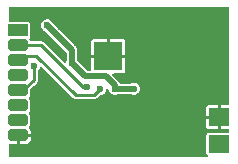
<source format=gbr>
%TF.GenerationSoftware,KiCad,Pcbnew,6.0.11-2627ca5db0~126~ubuntu22.04.1*%
%TF.CreationDate,2023-08-29T09:14:04+02:00*%
%TF.ProjectId,CC1101_868MHz_RF_Modul_FUEL4EP,43433131-3031-45f3-9836-384d487a5f52,1.2*%
%TF.SameCoordinates,Original*%
%TF.FileFunction,Copper,L2,Bot*%
%TF.FilePolarity,Positive*%
%FSLAX46Y46*%
G04 Gerber Fmt 4.6, Leading zero omitted, Abs format (unit mm)*
G04 Created by KiCad (PCBNEW 6.0.11-2627ca5db0~126~ubuntu22.04.1) date 2023-08-29 09:14:04*
%MOMM*%
%LPD*%
G01*
G04 APERTURE LIST*
G04 Aperture macros list*
%AMRoundRect*
0 Rectangle with rounded corners*
0 $1 Rounding radius*
0 $2 $3 $4 $5 $6 $7 $8 $9 X,Y pos of 4 corners*
0 Add a 4 corners polygon primitive as box body*
4,1,4,$2,$3,$4,$5,$6,$7,$8,$9,$2,$3,0*
0 Add four circle primitives for the rounded corners*
1,1,$1+$1,$2,$3*
1,1,$1+$1,$4,$5*
1,1,$1+$1,$6,$7*
1,1,$1+$1,$8,$9*
0 Add four rect primitives between the rounded corners*
20,1,$1+$1,$2,$3,$4,$5,0*
20,1,$1+$1,$4,$5,$6,$7,0*
20,1,$1+$1,$6,$7,$8,$9,0*
20,1,$1+$1,$8,$9,$2,$3,0*%
G04 Aperture macros list end*
%TA.AperFunction,CastellatedPad*%
%ADD10RoundRect,0.250000X-0.600000X-0.250000X0.600000X-0.250000X0.600000X0.250000X-0.600000X0.250000X0*%
%TD*%
%TA.AperFunction,CastellatedPad*%
%ADD11R,1.800000X1.500000*%
%TD*%
%TA.AperFunction,CastellatedPad*%
%ADD12R,1.700000X1.000000*%
%TD*%
%TA.AperFunction,ComponentPad*%
%ADD13C,0.500000*%
%TD*%
%TA.AperFunction,SMDPad,CuDef*%
%ADD14R,2.400000X2.400000*%
%TD*%
%TA.AperFunction,ViaPad*%
%ADD15C,0.600000*%
%TD*%
%TA.AperFunction,Conductor*%
%ADD16C,0.250000*%
%TD*%
%TA.AperFunction,Conductor*%
%ADD17C,0.500000*%
%TD*%
G04 APERTURE END LIST*
D10*
%TO.P,JC5,1,Pin_1*%
%TO.N,/MOSI*%
X950000Y5810000D03*
%TD*%
D11*
%TO.P,JA1,1,Pin_1*%
%TO.N,GND*%
X18000000Y3550000D03*
%TD*%
D10*
%TO.P,JC8,1,Pin_1*%
%TO.N,GND*%
X950000Y2000000D03*
%TD*%
D11*
%TO.P,JA2,1,Pin_1*%
%TO.N,Net-(C7-Pad1)*%
X18000000Y1270000D03*
%TD*%
D10*
%TO.P,JC6,1,Pin_1*%
%TO.N,/MISO{slash}GDO1*%
X950000Y4540000D03*
%TD*%
%TO.P,JC3,1,Pin_1*%
%TO.N,/~{CS}*%
X950000Y8350000D03*
%TD*%
%TO.P,JC2,1,Pin_1*%
%TO.N,/GDO0*%
X950000Y9620000D03*
%TD*%
D12*
%TO.P,JC1,1,Pin_1*%
%TO.N,/VDD*%
X950000Y10890000D03*
%TD*%
D10*
%TO.P,JC4,1,Pin_1*%
%TO.N,/SCK*%
X950000Y7080000D03*
%TD*%
D13*
%TO.P,U1,21,GND3*%
%TO.N,GND*%
X7629000Y7752800D03*
X9529000Y9652800D03*
X7629000Y9652800D03*
D14*
X8579000Y8702800D03*
D13*
X8579000Y7752800D03*
X8579000Y8702800D03*
X8579000Y9652800D03*
X9529000Y8702800D03*
X7629000Y8702800D03*
X9529000Y7752800D03*
%TD*%
D10*
%TO.P,JC7,1,Pin_1*%
%TO.N,/GDO2*%
X950000Y3270000D03*
%TD*%
D15*
%TO.N,GND*%
X14224000Y1524000D03*
X500000Y12050000D03*
X14732000Y12192000D03*
X12954000Y1524000D03*
X4318000Y1016000D03*
X6604000Y508000D03*
X8890000Y508000D03*
X6985000Y11303000D03*
X4318000Y2540000D03*
X3556000Y3556000D03*
X10922000Y2286000D03*
X2794000Y1016000D03*
X18542000Y8890000D03*
X12192000Y2286000D03*
X5461000Y4572000D03*
X17780000Y11176000D03*
X10922000Y3302000D03*
X10922000Y508000D03*
X13475000Y7050000D03*
X13462000Y2286000D03*
X16764000Y10160000D03*
X12500000Y7025000D03*
X15748000Y12192000D03*
X9780000Y10794000D03*
X11200000Y4475000D03*
X16764000Y11176000D03*
X5334000Y3302000D03*
X18542000Y7874000D03*
X13550000Y10175000D03*
X18237200Y5029200D03*
X14732000Y11176000D03*
X15748000Y11176000D03*
X17780000Y10160000D03*
X16764000Y12192000D03*
X2450000Y5700000D03*
X13550000Y11176000D03*
X5334000Y10922000D03*
X18237200Y6096000D03*
X18288000Y7112000D03*
X2727589Y2540000D03*
X13462000Y3302000D03*
X13175000Y4450000D03*
X4346102Y4561781D03*
X13716000Y12192000D03*
X11550000Y7050000D03*
X12700000Y12200000D03*
X10160000Y1778000D03*
X13716000Y5588000D03*
X17780000Y12192000D03*
X1270000Y1016000D03*
X15621000Y508000D03*
X2375000Y10775000D03*
X16510000Y508000D03*
X5334000Y1778000D03*
X11557000Y1524000D03*
X4592391Y11199563D03*
X10375000Y3875000D03*
X12225000Y4425000D03*
X12192000Y3302000D03*
%TO.N,/GDO0*%
X6829400Y6121800D03*
%TO.N,/MOSI*%
X2300000Y7850000D03*
%TO.N,/~{CS}*%
X7880500Y5881339D03*
%TO.N,VDDA*%
X5514282Y8114709D03*
X9129500Y5929100D03*
X3403600Y11328400D03*
X10769600Y5943600D03*
%TD*%
D16*
%TO.N,/GDO0*%
X6425800Y6121800D02*
X2927600Y9620000D01*
X6829400Y6121800D02*
X6425800Y6121800D01*
X2927600Y9620000D02*
X1400000Y9620000D01*
%TO.N,/MOSI*%
X2300000Y6710000D02*
X2300000Y7850000D01*
X1400000Y5810000D02*
X2300000Y6710000D01*
%TO.N,/~{CS}*%
X7409761Y5410600D02*
X5816200Y5410600D01*
X2476800Y8750000D02*
X1800000Y8750000D01*
X5816200Y5410600D02*
X2476800Y8750000D01*
X7880500Y5881339D02*
X7409761Y5410600D01*
X1800000Y8750000D02*
X1400000Y8350000D01*
D17*
%TO.N,VDDA*%
X10755100Y5929100D02*
X10769600Y5943600D01*
X5514282Y8114709D02*
X5514282Y9217718D01*
X6643991Y6985000D02*
X8382000Y6985000D01*
X5514282Y8114709D02*
X6643991Y6985000D01*
X5514282Y9217718D02*
X3403600Y11328400D01*
X8382000Y6985000D02*
X9129500Y6237500D01*
D16*
X9129500Y5929100D02*
X9144000Y5943600D01*
D17*
X9129500Y5929100D02*
X10755100Y5929100D01*
X9129500Y6237500D02*
X9129500Y5929100D01*
%TD*%
%TA.AperFunction,Conductor*%
%TO.N,GND*%
G36*
X18788921Y12832398D02*
G01*
X18835414Y12778742D01*
X18846800Y12726400D01*
X18846800Y4680000D01*
X18826798Y4611879D01*
X18773142Y4565386D01*
X18720800Y4554000D01*
X18145115Y4554000D01*
X18129876Y4549525D01*
X18128671Y4548135D01*
X18127000Y4540452D01*
X18127000Y2564116D01*
X18131475Y2548877D01*
X18132865Y2547672D01*
X18140548Y2546001D01*
X18720800Y2546001D01*
X18788921Y2525999D01*
X18835414Y2472343D01*
X18846800Y2420001D01*
X18846800Y2346500D01*
X18826798Y2278379D01*
X18773142Y2231886D01*
X18720800Y2220500D01*
X17080252Y2220500D01*
X17074184Y2219293D01*
X17033939Y2211288D01*
X17033938Y2211288D01*
X17021769Y2208867D01*
X16955448Y2164552D01*
X16911133Y2098231D01*
X16899500Y2039748D01*
X16899500Y500252D01*
X16911133Y441769D01*
X16955448Y375448D01*
X16965761Y368557D01*
X16966823Y367495D01*
X17000849Y305183D01*
X16995784Y234368D01*
X16953237Y177532D01*
X16886717Y152721D01*
X16877728Y152400D01*
X278400Y152400D01*
X210279Y172402D01*
X163786Y226058D01*
X152400Y278400D01*
X152400Y1121854D01*
X172402Y1189975D01*
X226058Y1236468D01*
X292009Y1247117D01*
X298895Y1246369D01*
X305706Y1246000D01*
X804885Y1246000D01*
X820124Y1250475D01*
X821329Y1251865D01*
X823000Y1259548D01*
X823000Y1264116D01*
X1077000Y1264116D01*
X1081475Y1248877D01*
X1082865Y1247672D01*
X1090548Y1246001D01*
X1594292Y1246001D01*
X1601110Y1246370D01*
X1651482Y1251841D01*
X1666741Y1255470D01*
X1786118Y1300222D01*
X1801704Y1308754D01*
X1902867Y1384572D01*
X1915428Y1397133D01*
X1991246Y1498296D01*
X1999778Y1513882D01*
X2044533Y1633265D01*
X2048158Y1648510D01*
X2053631Y1698892D01*
X2054000Y1705706D01*
X2054000Y1854885D01*
X2049525Y1870124D01*
X2048135Y1871329D01*
X2040452Y1873000D01*
X1095115Y1873000D01*
X1079876Y1868525D01*
X1078671Y1867135D01*
X1077000Y1859452D01*
X1077000Y1264116D01*
X823000Y1264116D01*
X823000Y2001000D01*
X843002Y2069121D01*
X896658Y2115614D01*
X949000Y2127000D01*
X2035884Y2127000D01*
X2051123Y2131475D01*
X2052328Y2132865D01*
X2053999Y2140548D01*
X2053999Y2294292D01*
X2053630Y2301110D01*
X2048159Y2351482D01*
X2044530Y2366741D01*
X1999778Y2486118D01*
X1991246Y2501704D01*
X1914520Y2604078D01*
X1889672Y2670584D01*
X1904725Y2739967D01*
X1913995Y2754502D01*
X1933694Y2781172D01*
X16846001Y2781172D01*
X16847209Y2768912D01*
X16858315Y2713069D01*
X16867633Y2690573D01*
X16909983Y2627192D01*
X16927192Y2609983D01*
X16990575Y2567632D01*
X17013066Y2558316D01*
X17068915Y2547207D01*
X17081170Y2546000D01*
X17854885Y2546000D01*
X17870124Y2550475D01*
X17871329Y2551865D01*
X17873000Y2559548D01*
X17873000Y3404885D01*
X17868525Y3420124D01*
X17867135Y3421329D01*
X17859452Y3423000D01*
X16864116Y3423000D01*
X16848877Y3418525D01*
X16847672Y3417135D01*
X16846001Y3409452D01*
X16846001Y2781172D01*
X1933694Y2781172D01*
X1947039Y2799239D01*
X1947043Y2799246D01*
X1952634Y2806816D01*
X1997519Y2934631D01*
X2000500Y2966166D01*
X2000500Y3573834D01*
X1997519Y3605369D01*
X1966003Y3695115D01*
X16846000Y3695115D01*
X16850475Y3679876D01*
X16851865Y3678671D01*
X16859548Y3677000D01*
X17854885Y3677000D01*
X17870124Y3681475D01*
X17871329Y3682865D01*
X17873000Y3690548D01*
X17873000Y4535884D01*
X17868525Y4551123D01*
X17867135Y4552328D01*
X17859452Y4553999D01*
X17081172Y4553999D01*
X17068912Y4552791D01*
X17013069Y4541685D01*
X16990573Y4532367D01*
X16927192Y4490017D01*
X16909983Y4472808D01*
X16867632Y4409425D01*
X16858316Y4386934D01*
X16847207Y4331085D01*
X16846000Y4318830D01*
X16846000Y3695115D01*
X1966003Y3695115D01*
X1952634Y3733184D01*
X1947043Y3740754D01*
X1947039Y3740761D01*
X1881021Y3830141D01*
X1856638Y3896819D01*
X1872175Y3966095D01*
X1881021Y3979859D01*
X1947039Y4069239D01*
X1947043Y4069246D01*
X1952634Y4076816D01*
X1997519Y4204631D01*
X2000500Y4236166D01*
X2000500Y4843834D01*
X1997519Y4875369D01*
X1952634Y5003184D01*
X1947043Y5010754D01*
X1947039Y5010761D01*
X1881021Y5100141D01*
X1856638Y5166819D01*
X1872175Y5236095D01*
X1881021Y5249859D01*
X1947039Y5339239D01*
X1947043Y5339246D01*
X1952634Y5346816D01*
X1997519Y5474631D01*
X2000500Y5506166D01*
X2000500Y5897983D01*
X2020502Y5966104D01*
X2037405Y5987079D01*
X2266355Y6216028D01*
X2516228Y6465901D01*
X2524332Y6473327D01*
X2538347Y6485087D01*
X2553194Y6497545D01*
X2558704Y6507088D01*
X2558707Y6507092D01*
X2572036Y6530179D01*
X2577941Y6539449D01*
X2584863Y6549334D01*
X2599554Y6570316D01*
X2602407Y6580964D01*
X2603886Y6584135D01*
X2605078Y6587411D01*
X2610588Y6596955D01*
X2617134Y6634076D01*
X2619508Y6644783D01*
X2629263Y6681193D01*
X2625979Y6718731D01*
X2625500Y6729712D01*
X2625500Y7415171D01*
X2645502Y7483292D01*
X2658085Y7499726D01*
X2713176Y7560589D01*
X2713181Y7560596D01*
X2719200Y7567246D01*
X2777272Y7687107D01*
X2777795Y7688186D01*
X2777795Y7688187D01*
X2781710Y7696267D01*
X2783199Y7705119D01*
X2785929Y7713672D01*
X2787960Y7713024D01*
X2813738Y7766080D01*
X2874364Y7803027D01*
X2945340Y7801332D01*
X2996061Y7770413D01*
X5572089Y5194385D01*
X5579516Y5186281D01*
X5603745Y5157406D01*
X5613294Y5151893D01*
X5636385Y5138561D01*
X5645656Y5132655D01*
X5676516Y5111046D01*
X5687166Y5108192D01*
X5690334Y5106715D01*
X5693610Y5105523D01*
X5703155Y5100012D01*
X5736899Y5094062D01*
X5740258Y5093470D01*
X5750985Y5091092D01*
X5787393Y5081336D01*
X5798369Y5082296D01*
X5798372Y5082296D01*
X5824943Y5084621D01*
X5835924Y5085100D01*
X7390051Y5085100D01*
X7401033Y5084620D01*
X7427581Y5082297D01*
X7427583Y5082297D01*
X7438568Y5081336D01*
X7474976Y5091092D01*
X7485703Y5093470D01*
X7489062Y5094062D01*
X7522806Y5100012D01*
X7532351Y5105523D01*
X7535627Y5106715D01*
X7538795Y5108192D01*
X7549445Y5111046D01*
X7580305Y5132655D01*
X7589576Y5138561D01*
X7612667Y5151893D01*
X7622216Y5157406D01*
X7646445Y5186281D01*
X7653867Y5194379D01*
X7803063Y5343575D01*
X7865375Y5377601D01*
X7894464Y5380459D01*
X7942999Y5379569D01*
X8061694Y5411929D01*
X8072658Y5414918D01*
X8072660Y5414919D01*
X8081317Y5417279D01*
X8203491Y5492294D01*
X8299700Y5598585D01*
X8362210Y5727606D01*
X8384854Y5862200D01*
X8415881Y5926057D01*
X8476507Y5963003D01*
X8547483Y5961308D01*
X8606276Y5921509D01*
X8634044Y5857632D01*
X8642480Y5793121D01*
X8700220Y5661897D01*
X8705997Y5655024D01*
X8705998Y5655023D01*
X8784857Y5561209D01*
X8792470Y5552152D01*
X8799947Y5547175D01*
X8902965Y5478600D01*
X8911813Y5472710D01*
X9048657Y5429958D01*
X9057629Y5429794D01*
X9057632Y5429793D01*
X9122963Y5428596D01*
X9191999Y5427330D01*
X9201033Y5429793D01*
X9321655Y5462678D01*
X9321658Y5462679D01*
X9330317Y5465040D01*
X9336046Y5468558D01*
X9384542Y5478600D01*
X10560251Y5478600D01*
X10597822Y5472867D01*
X10688757Y5444458D01*
X10697729Y5444294D01*
X10697732Y5444293D01*
X10763063Y5443096D01*
X10832099Y5441830D01*
X10841133Y5444293D01*
X10961758Y5477179D01*
X10961760Y5477180D01*
X10970417Y5479540D01*
X11092591Y5554555D01*
X11188800Y5660846D01*
X11225434Y5736458D01*
X11247395Y5781786D01*
X11247395Y5781787D01*
X11251310Y5789867D01*
X11275096Y5931246D01*
X11275247Y5943600D01*
X11254923Y6085518D01*
X11195584Y6216028D01*
X11155648Y6262376D01*
X11107860Y6317837D01*
X11107857Y6317840D01*
X11102000Y6324637D01*
X10981695Y6402615D01*
X10844339Y6443693D01*
X10835363Y6443748D01*
X10835362Y6443748D01*
X10775155Y6444116D01*
X10700976Y6444569D01*
X10681127Y6438896D01*
X10571760Y6407639D01*
X10571759Y6407638D01*
X10563129Y6405172D01*
X10555536Y6400381D01*
X10555531Y6400379D01*
X10553405Y6399038D01*
X10550937Y6398324D01*
X10547341Y6396716D01*
X10547116Y6397220D01*
X10486171Y6379600D01*
X9640311Y6379600D01*
X9572190Y6399602D01*
X9526728Y6451058D01*
X9510387Y6485087D01*
X9510387Y6485088D01*
X9506309Y6493579D01*
X9501426Y6498860D01*
X9501391Y6498912D01*
X9498080Y6505288D01*
X9493776Y6510328D01*
X9456537Y6547567D01*
X9453107Y6551133D01*
X9420748Y6586139D01*
X9414354Y6593056D01*
X9407997Y6596749D01*
X9401848Y6602256D01*
X8970398Y7033706D01*
X8936372Y7096018D01*
X8941437Y7166833D01*
X8983984Y7223669D01*
X9050504Y7248480D01*
X9059493Y7248801D01*
X9520951Y7248801D01*
X9523261Y7248780D01*
X9582959Y7247686D01*
X9584158Y7247835D01*
X9599733Y7248801D01*
X9797828Y7248801D01*
X9810088Y7250009D01*
X9865931Y7261115D01*
X9888427Y7270433D01*
X9951808Y7312783D01*
X9969017Y7329992D01*
X10011368Y7393375D01*
X10020684Y7415866D01*
X10031793Y7471715D01*
X10033000Y7483970D01*
X10033000Y7699930D01*
X10034746Y7720834D01*
X10037224Y7735564D01*
X10038090Y7745222D01*
X10038124Y7747937D01*
X10037493Y7757616D01*
X10034272Y7780112D01*
X10033000Y7797973D01*
X10033000Y8557685D01*
X10028525Y8572924D01*
X10027135Y8574129D01*
X10019452Y8575800D01*
X7143116Y8575800D01*
X7127877Y8571325D01*
X7126672Y8569935D01*
X7125001Y8562252D01*
X7125001Y7801823D01*
X7123501Y7782438D01*
X7121236Y7767894D01*
X7121019Y7750116D01*
X7123937Y7727806D01*
X7125001Y7711468D01*
X7125001Y7561500D01*
X7104999Y7493379D01*
X7051343Y7446886D01*
X6999001Y7435500D01*
X6882784Y7435500D01*
X6814663Y7455502D01*
X6793689Y7472405D01*
X6007536Y8258558D01*
X5981931Y8295501D01*
X5976082Y8308365D01*
X5964782Y8360517D01*
X5964782Y9183499D01*
X5965655Y9198308D01*
X5965988Y9201125D01*
X5969646Y9232029D01*
X5967954Y9241292D01*
X5967954Y9241299D01*
X5959107Y9289736D01*
X5958456Y9293643D01*
X5951132Y9342362D01*
X5951132Y9342363D01*
X5949731Y9351680D01*
X5946603Y9358193D01*
X5945307Y9365291D01*
X5918257Y9417365D01*
X5916507Y9420868D01*
X5895167Y9465308D01*
X5891091Y9473797D01*
X5886205Y9479083D01*
X5886172Y9479131D01*
X5882861Y9485506D01*
X5878557Y9490546D01*
X5841330Y9527773D01*
X5837900Y9531339D01*
X5805528Y9566359D01*
X5799136Y9573274D01*
X5792777Y9576967D01*
X5786619Y9582484D01*
X5718987Y9650116D01*
X7121019Y9650116D01*
X7123936Y9627812D01*
X7125000Y9611475D01*
X7125000Y8847915D01*
X7129475Y8832676D01*
X7130865Y8831471D01*
X7138548Y8829800D01*
X8433885Y8829800D01*
X8449124Y8834275D01*
X8450329Y8835665D01*
X8452000Y8843348D01*
X8452000Y8847915D01*
X8706000Y8847915D01*
X8710475Y8832676D01*
X8711865Y8831471D01*
X8719548Y8829800D01*
X10014884Y8829800D01*
X10030123Y8834275D01*
X10031328Y8835665D01*
X10032999Y8843348D01*
X10032999Y9599924D01*
X10034745Y9620829D01*
X10037224Y9635566D01*
X10038090Y9645220D01*
X10038124Y9647941D01*
X10037493Y9657615D01*
X10034272Y9680109D01*
X10032999Y9697972D01*
X10032999Y9921628D01*
X10031791Y9933888D01*
X10020685Y9989731D01*
X10011367Y10012227D01*
X9969017Y10075608D01*
X9951808Y10092817D01*
X9888425Y10135168D01*
X9865934Y10144484D01*
X9810085Y10155593D01*
X9797830Y10156800D01*
X9537614Y10156800D01*
X9536844Y10156802D01*
X9463810Y10157248D01*
X9457234Y10156800D01*
X8724115Y10156800D01*
X8708876Y10152325D01*
X8707671Y10150935D01*
X8706000Y10143252D01*
X8706000Y8847915D01*
X8452000Y8847915D01*
X8452000Y10138684D01*
X8447525Y10153923D01*
X8446135Y10155128D01*
X8438452Y10156799D01*
X7637741Y10156799D01*
X7636971Y10156801D01*
X7563814Y10157248D01*
X7557228Y10156799D01*
X7360172Y10156799D01*
X7347912Y10155591D01*
X7292069Y10144485D01*
X7269573Y10135167D01*
X7206192Y10092817D01*
X7188983Y10075608D01*
X7146632Y10012225D01*
X7137316Y9989734D01*
X7126207Y9933885D01*
X7125000Y9921630D01*
X7125000Y9701816D01*
X7123500Y9682431D01*
X7121236Y9667893D01*
X7121019Y9650116D01*
X5718987Y9650116D01*
X3896854Y11472249D01*
X3871248Y11509193D01*
X3833301Y11592654D01*
X3833299Y11592657D01*
X3829584Y11600828D01*
X3775015Y11664158D01*
X3741860Y11702637D01*
X3741857Y11702640D01*
X3736000Y11709437D01*
X3615695Y11787415D01*
X3478339Y11828493D01*
X3469363Y11828548D01*
X3469362Y11828548D01*
X3409155Y11828916D01*
X3334976Y11829369D01*
X3197129Y11789972D01*
X3075880Y11713470D01*
X2980977Y11606012D01*
X2920047Y11476237D01*
X2918666Y11467365D01*
X2908732Y11403561D01*
X2897991Y11334577D01*
X2916580Y11192421D01*
X2974320Y11061197D01*
X3066570Y10951452D01*
X3185913Y10872010D01*
X3209079Y10864772D01*
X3210092Y10864456D01*
X3261613Y10833284D01*
X5026877Y9068020D01*
X5060903Y9005708D01*
X5063782Y8978925D01*
X5063782Y8361053D01*
X5051837Y8307504D01*
X5030729Y8262546D01*
X5029347Y8253673D01*
X5026724Y8245092D01*
X5023526Y8246070D01*
X5000223Y8196559D01*
X4940059Y8158865D01*
X4869067Y8159682D01*
X4816859Y8191067D01*
X3171711Y9836215D01*
X3164284Y9844319D01*
X3147141Y9864749D01*
X3147142Y9864749D01*
X3140055Y9873194D01*
X3130506Y9878707D01*
X3107415Y9892039D01*
X3098144Y9897945D01*
X3076315Y9913230D01*
X3067284Y9919554D01*
X3056634Y9922408D01*
X3053466Y9923885D01*
X3050190Y9925077D01*
X3040645Y9930588D01*
X3006901Y9936538D01*
X3003542Y9937130D01*
X2992815Y9939508D01*
X2956407Y9949264D01*
X2945422Y9948303D01*
X2945420Y9948303D01*
X2918872Y9945980D01*
X2907890Y9945500D01*
X2090281Y9945500D01*
X2022160Y9965502D01*
X1975667Y10019158D01*
X1971398Y10029751D01*
X1952634Y10083184D01*
X1947043Y10090754D01*
X1947040Y10090759D01*
X1943261Y10095874D01*
X1918875Y10162551D01*
X1934409Y10231827D01*
X1944633Y10245394D01*
X1944552Y10245448D01*
X1981974Y10301453D01*
X1988867Y10311769D01*
X2000500Y10370252D01*
X2000500Y11409748D01*
X1988867Y11468231D01*
X1944552Y11534552D01*
X1878231Y11578867D01*
X1866062Y11581288D01*
X1866061Y11581288D01*
X1825816Y11589293D01*
X1819748Y11590500D01*
X278400Y11590500D01*
X210279Y11610502D01*
X163786Y11664158D01*
X152400Y11716500D01*
X152400Y12726400D01*
X172402Y12794521D01*
X226058Y12841014D01*
X278400Y12852400D01*
X18720800Y12852400D01*
X18788921Y12832398D01*
G37*
%TD.AperFunction*%
%TD*%
M02*

</source>
